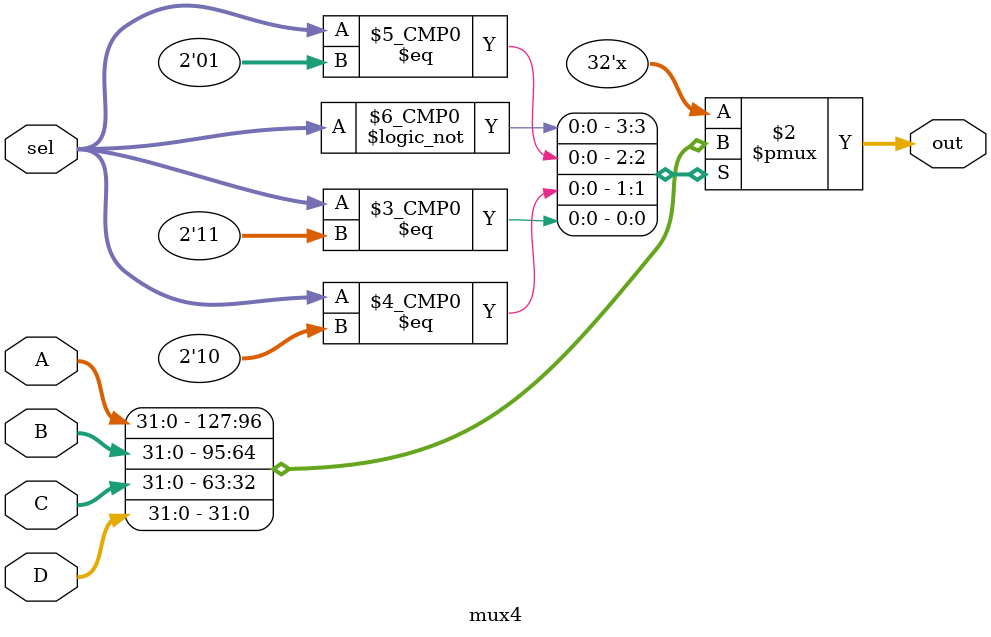
<source format=v>
module mux4(A, B, C, D, sel, out);
	input [31:0]A;
	input [31:0]B;
	input [31:0]C;
	input [31:0]D;
	input [1:0] sel;
	output reg[31:0] out;
	
	always @(*)
		begin
			case(sel)
				2'b00: out = A;
				2'b01: out = B;
				2'b10: out = C;
				2'b11: out = D;
			endcase
		end
endmodule

</source>
